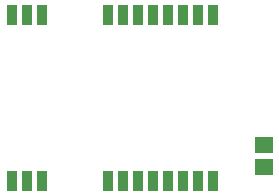
<source format=gtp>
G04*
G04 #@! TF.GenerationSoftware,Altium Limited,Altium Designer,20.1.14 (287)*
G04*
G04 Layer_Color=8421504*
%FSLAX25Y25*%
%MOIN*%
G70*
G04*
G04 #@! TF.SameCoordinates,6A9D062D-DFAF-4A18-B4C3-A7C2119B1702*
G04*
G04*
G04 #@! TF.FilePolarity,Positive*
G04*
G01*
G75*
%ADD12R,0.03543X0.07087*%
%ADD13R,0.03543X0.07087*%
%ADD14R,0.05906X0.05512*%
D12*
X55964Y15941D02*
D03*
X24035D02*
D03*
X29035D02*
D03*
X34035D02*
D03*
X60964D02*
D03*
X65964D02*
D03*
X70964D02*
D03*
X75964D02*
D03*
X80964D02*
D03*
X85964D02*
D03*
X90964D02*
D03*
X34035Y71059D02*
D03*
X29035D02*
D03*
X24035D02*
D03*
D13*
X90964D02*
D03*
X85964D02*
D03*
X80964D02*
D03*
X75964D02*
D03*
X70964D02*
D03*
X65964D02*
D03*
X60964D02*
D03*
X55964D02*
D03*
D14*
X108000Y20520D02*
D03*
Y28000D02*
D03*
M02*

</source>
